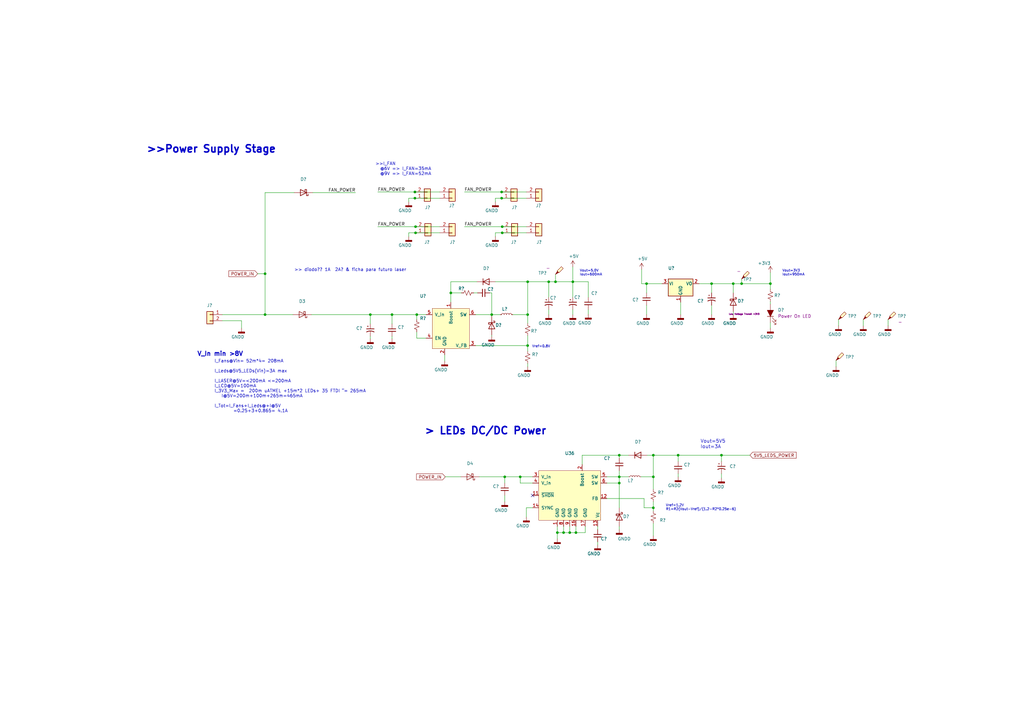
<source format=kicad_sch>
(kicad_sch (version 20211123) (generator eeschema)
  (paper "A3")
  (title_block (title "FPS-2: Fiber Photometry System") (date "February 2020") (rev "v1_revB-I") (company "Neurophotometric") (comment 3 "FPS-2") (comment 4 "OpenEhys"))
  (lib_symbols
    (symbol "Connector:TestPoint_Probe" (pin_numbers hide) (pin_names (offset 0.762) hide)
      (property "Reference" "TP" (at 1.651 5.842 0))
      (property "Value" "TestPoint_Probe" (at 1.651 4.064 0))
      (symbol "TestPoint_Probe_0_1"
        (polyline (pts (xy 1.27 0.762) (xy 0 0) (xy 0.762 1.27) (xy 1.27 0.762)) (fill (type outline)))
        (polyline (pts (xy 1.397 0.635) (xy 0.635 1.397) (xy 2.413 3.175) (xy 3.175 2.413) (xy 1.397 0.635)) (fill (type background)))
      )
      (symbol "TestPoint_Probe_1_1"
        (pin passive line (at 0 0 90) (length 0) (name "1") (number "1"))
      )
    )
    (symbol "Connector_Generic:Conn_01x02" (pin_names (offset 1.016) hide)
      (property "Reference" "J" (at 0 2.54 0))
      (property "Value" "Conn_01x02" (at 0 -5.08 0))
      (symbol "Conn_01x02_1_1"
        (rectangle (start -1.27 -2.413) (end 0 -2.667) (stroke (width 0.1524)))
        (rectangle (start -1.27 0.127) (end 0 -0.127) (stroke (width 0.1524)))
        (rectangle (start -1.27 1.27) (end 1.27 -3.81) (stroke (width 0.254)) (fill (type background)))
        (pin passive line (at -5.08 0 0) (length 3.81) (name "Pin_1") (number "1"))
        (pin passive line (at -5.08 -2.54 0) (length 3.81) (name "Pin_2") (number "2"))
      )
    )
    (symbol "Device:C_Small" (pin_numbers hide) (pin_names (offset 0.254) hide)
      (property "Reference" "C" (at 0.254 1.778 0))
      (property "Value" "C_Small" (at 0.254 -2.032 0))
      (symbol "C_Small_0_1"
        (polyline (pts (xy -1.524 -0.508) (xy 1.524 -0.508)) (stroke (width 0.3302)))
        (polyline (pts (xy -1.524 0.508) (xy 1.524 0.508)) (stroke (width 0.3048)))
      )
      (symbol "C_Small_1_1"
        (pin passive line (at 0 2.54 270) (length 2.032) (name "~") (number "1"))
        (pin passive line (at 0 -2.54 90) (length 2.032) (name "~") (number "2"))
      )
    )
    (symbol "Device:D" (pin_numbers hide) (pin_names (offset 1.016) hide)
      (property "Reference" "D" (at 0 2.54 0))
      (property "Value" "D" (at 0 -2.54 0))
      (symbol "D_0_1"
        (polyline (pts (xy -1.27 1.27) (xy -1.27 -1.27)) (stroke (width 0.254)))
        (polyline (pts (xy 1.27 0) (xy -1.27 0)))
        (polyline (pts (xy 1.27 1.27) (xy 1.27 -1.27) (xy -1.27 0) (xy 1.27 1.27)) (stroke (width 0.254)))
      )
      (symbol "D_1_1"
        (pin passive line (at -3.81 0 0) (length 2.54) (name "K") (number "1"))
        (pin passive line (at 3.81 0 180) (length 2.54) (name "A") (number "2"))
      )
    )
    (symbol "Device:D_Schottky" (pin_numbers hide) (pin_names (offset 1.016) hide)
      (property "Reference" "D" (at 0 2.54 0))
      (property "Value" "D_Schottky" (at 0 -2.54 0))
      (symbol "D_Schottky_0_1"
        (polyline (pts (xy 1.27 0) (xy -1.27 0)))
        (polyline (pts (xy 1.27 1.27) (xy 1.27 -1.27) (xy -1.27 0) (xy 1.27 1.27)) (stroke (width 0.254)))
        (polyline (pts (xy -1.905 0.635) (xy -1.905 1.27) (xy -1.27 1.27) (xy -1.27 -1.27) (xy -0.635 -1.27) (xy -0.635 -0.635)) (stroke (width 0.254)))
      )
      (symbol "D_Schottky_1_1"
        (pin passive line (at -3.81 0 0) (length 2.54) (name "K") (number "1"))
        (pin passive line (at 3.81 0 180) (length 2.54) (name "A") (number "2"))
      )
    )
    (symbol "Device:L_Small" (pin_numbers hide) (pin_names (offset 0.254) hide)
      (property "Reference" "L" (at 0.762 1.016 0))
      (property "Value" "L_Small" (at 0.762 -1.016 0))
      (symbol "L_Small_0_1"
        (arc (start 0 -2.032) (mid 0.508 -1.524) (end 0 -1.016))
        (arc (start 0 -1.016) (mid 0.508 -0.508) (end 0 0))
        (arc (start 0 0) (mid 0.508 0.508) (end 0 1.016))
        (arc (start 0 1.016) (mid 0.508 1.524) (end 0 2.032))
      )
      (symbol "L_Small_1_1"
        (pin passive line (at 0 2.54 270) (length 0.508) (name "~") (number "1"))
        (pin passive line (at 0 -2.54 90) (length 0.508) (name "~") (number "2"))
      )
    )
    (symbol "Device:R_Small_US" (pin_numbers hide) (pin_names (offset 0.254) hide)
      (property "Reference" "R" (at 0.762 0.508 0))
      (property "Value" "R_Small_US" (at 0.762 -1.016 0))
      (symbol "R_Small_US_1_1"
        (polyline (pts (xy 0 0) (xy 1.016 -0.381) (xy 0 -0.762) (xy -1.016 -1.143) (xy 0 -1.524)))
        (polyline (pts (xy 0 1.524) (xy 1.016 1.143) (xy 0 0.762) (xy -1.016 0.381) (xy 0 0)))
        (pin passive line (at 0 2.54 270) (length 1.016) (name "~") (number "1"))
        (pin passive line (at 0 -2.54 90) (length 1.016) (name "~") (number "2"))
      )
    )
    (symbol "FPS-2_v1:LT1765" (pin_names (offset 1.016))
      (property "Reference" "U" (at -13.97 12.7 0))
      (property "Value" "LT1765" (at -11.43 10.16 0))
      (symbol "LT1765_0_0"
        (pin passive line (at -5.08 -15.24 90) (length 2.54) (name "GND") (number "1"))
        (pin input line (at 15.24 -3.81 180) (length 2.54) (name "FB") (number "12"))
        (pin passive line (at 11.43 -15.24 90) (length 2.54) (name "Vc") (number "13"))
        (pin input line (at -15.24 -7.62 0) (length 2.54) (name "SYNC") (number "14"))
        (pin no_connect line (at 6.35 -3.81 180) (length 2.54) hide (name "nc") (number "15"))
        (pin passive line (at 2.54 -15.24 90) (length 2.54) (name "GND") (number "16"))
        (pin passive line (at 6.35 -15.24 90) (length 2.54) (name "GND") (number "17"))
      )
      (symbol "LT1765_0_1"
        (rectangle (start -12.7 7.62) (end 12.7 -12.7) (stroke (width 0.127)) (fill (type background)))
      )
      (symbol "LT1765_1_1"
        (pin no_connect line (at 6.35 -5.08 180) (length 2.54) hide (name "nc") (number "10"))
        (pin input line (at -15.24 -2.54 0) (length 2.54) (name "~{SHDN}") (number "11"))
        (pin input line (at 5.08 10.16 270) (length 2.54) (name "Boost") (number "2"))
        (pin passive line (at -15.24 5.08 0) (length 2.54) (name "V_in") (number "3"))
        (pin passive line (at -15.24 2.54 0) (length 2.54) (name "V_in") (number "4"))
        (pin passive line (at 15.24 5.08 180) (length 2.54) (name "SW") (number "5"))
        (pin passive line (at 15.24 2.54 180) (length 2.54) (name "SW") (number "6"))
        (pin no_connect line (at 6.35 -6.35 180) (length 2.54) hide (name "nc") (number "7"))
        (pin passive line (at -2.54 -15.24 90) (length 2.54) (name "GND") (number "8"))
        (pin passive line (at 0 -15.24 90) (length 2.54) (name "GND") (number "9"))
      )
    )
    (symbol "FPS-2_v1:MCP16301" (pin_names (offset 1.016))
      (property "Reference" "U" (at -10.16 12.7 0))
      (property "Value" "MCP16301" (at -6.35 10.16 0))
      (symbol "MCP16301_0_1"
        (rectangle (start -7.62 7.62) (end 7.62 -8.89) (stroke (width 0.127)) (fill (type background)))
      )
      (symbol "MCP16301_1_1"
        (pin passive line (at 0 10.16 270) (length 2.54) (name "Boost") (number "1"))
        (pin input line (at -2.54 -11.43 90) (length 2.54) (name "GND") (number "2"))
        (pin input line (at 10.16 -7.62 180) (length 2.54) (name "V_FB") (number "3"))
        (pin input line (at -10.16 -4.572 0) (length 2.54) (name "EN") (number "4"))
        (pin passive line (at -10.16 5.08 0) (length 2.54) (name "V_in") (number "5"))
        (pin output line (at 10.16 5.08 180) (length 2.54) (name "SW") (number "6"))
      )
    )
    (symbol "FPS-2_v1:SSB43L-E3" (pin_numbers hide) (pin_names (offset 1.016) hide)
      (property "Reference" "D" (at 0 2.54 0))
      (property "Value" "SSB43L-E3" (at 0 -2.54 0))
      (symbol "SSB43L-E3_0_1"
        (polyline (pts (xy 1.27 0) (xy -1.27 0)))
        (polyline (pts (xy 1.27 1.27) (xy 1.27 -1.27) (xy -1.27 0) (xy 1.27 1.27)) (stroke (width 0.2032)))
        (polyline (pts (xy -1.905 0.635) (xy -1.905 1.27) (xy -1.27 1.27) (xy -1.27 -1.27) (xy -0.635 -1.27) (xy -0.635 -0.635)) (stroke (width 0.2032)))
      )
      (symbol "SSB43L-E3_1_1"
        (pin passive line (at -3.81 0 0) (length 2.54) (name "K") (number "1"))
        (pin passive line (at 3.81 0 180) (length 2.54) (name "A") (number "2"))
      )
    )
    (symbol "FPS-2_v1_revB_II-rescue:CP1_Small-Device" (pin_numbers hide) (pin_names (offset 0.254) hide)
      (property "Reference" "C" (at 0.254 1.778 0))
      (property "Value" "CP1_Small-Device" (at 0.254 -2.032 0))
      (symbol "CP1_Small-Device_0_1"
        (polyline (pts (xy -1.524 0.508) (xy 1.524 0.508)) (stroke (width 0.3048)))
        (polyline (pts (xy -1.27 1.524) (xy -0.762 1.524)))
        (polyline (pts (xy -1.016 1.27) (xy -1.016 1.778)))
        (arc (start 1.524 -0.762) (mid 0 -0.3734) (end -1.524 -0.762) (stroke (width 0.3048)))
      )
      (symbol "CP1_Small-Device_1_1"
        (pin passive line (at 0 2.54 270) (length 2.032) (name "~") (number "1"))
        (pin passive line (at 0 -2.54 90) (length 2.032) (name "~") (number "2"))
      )
    )
    (symbol "FPS-2_v1_revB_II-rescue:LED_ALT-Device" (pin_numbers hide) (pin_names (offset 1.016) hide)
      (property "Reference" "D" (at 0 2.54 0))
      (property "Value" "LED_ALT-Device" (at 0 -2.54 0))
      (symbol "LED_ALT-Device_0_1"
        (polyline (pts (xy -1.27 -1.27) (xy -1.27 1.27)) (stroke (width 0.2032)))
        (polyline (pts (xy -1.27 0) (xy 1.27 0)))
        (polyline (pts (xy 1.27 -1.27) (xy 1.27 1.27) (xy -1.27 0) (xy 1.27 -1.27)) (stroke (width 0.2032)) (fill (type outline)))
        (polyline (pts (xy -3.048 -0.762) (xy -4.572 -2.286) (xy -3.81 -2.286) (xy -4.572 -2.286) (xy -4.572 -1.524)))
        (polyline (pts (xy -1.778 -0.762) (xy -3.302 -2.286) (xy -2.54 -2.286) (xy -3.302 -2.286) (xy -3.302 -1.524)))
      )
      (symbol "LED_ALT-Device_1_1"
        (pin passive line (at -3.81 0 0) (length 2.54) (name "K") (number "1"))
        (pin passive line (at 3.81 0 180) (length 2.54) (name "A") (number "2"))
      )
    )
    (symbol "Regulator_Linear:LD1117S33TR_SOT223" (pin_names (offset 0.254))
      (property "Reference" "U" (at -3.81 3.175 0))
      (property "Value" "LD1117S33TR_SOT223" (at 0 3.175 0))
      (symbol "LD1117S33TR_SOT223_0_1"
        (rectangle (start -5.08 -5.08) (end 5.08 1.905) (stroke (width 0.254)) (fill (type background)))
      )
      (symbol "LD1117S33TR_SOT223_1_1"
        (pin power_in line (at 0 -7.62 90) (length 2.54) (name "GND") (number "1"))
        (pin power_out line (at 7.62 0 180) (length 2.54) (name "VO") (number "2"))
        (pin power_in line (at -7.62 0 0) (length 2.54) (name "VI") (number "3"))
      )
    )
    (symbol "power:+3V3" (power) (pin_names (offset 0))
      (property "Value" "+3V3" (at 0 3.556 0))
      (symbol "+3V3_0_1"
        (polyline (pts (xy -0.762 1.27) (xy 0 2.54)))
        (polyline (pts (xy 0 0) (xy 0 2.54)))
        (polyline (pts (xy 0 2.54) (xy 0.762 1.27)))
      )
      (symbol "+3V3_1_1"
        (pin power_in line (at 0 0 90) (length 0) hide (name "+3V3") (number "1"))
      )
    )
    (symbol "power:+5V" (power) (pin_names (offset 0))
      (property "Value" "+5V" (at 0 3.556 0))
      (symbol "+5V_0_1"
        (polyline (pts (xy -0.762 1.27) (xy 0 2.54)))
        (polyline (pts (xy 0 0) (xy 0 2.54)))
        (polyline (pts (xy 0 2.54) (xy 0.762 1.27)))
      )
      (symbol "+5V_1_1"
        (pin power_in line (at 0 0 90) (length 0) hide (name "+5V") (number "1"))
      )
    )
    (symbol "power:GNDD" (power) (pin_names (offset 0))
      (property "Value" "GNDD" (at 0 -3.175 0))
      (symbol "GNDD_0_1"
        (rectangle (start -1.27 -1.524) (end 1.27 -2.032) (stroke (width 0.254)) (fill (type outline)))
        (polyline (pts (xy 0 0) (xy 0 -1.524)))
      )
      (symbol "GNDD_1_1"
        (pin power_in line (at 0 0 270) (length 0) hide (name "GNDD") (number "1"))
      )
    )
  )
  (junction (at 108.712 112.268))
  (junction (at 315.976 116.332))
  (junction (at 233.68 218.44))
  (junction (at 254 198.12))
  (junction (at 170.18 81.28))
  (junction (at 304.165 116.332))
  (junction (at 225.044 115.57))
  (junction (at 205.74 81.28))
  (junction (at 216.408 129.032))
  (junction (at 207.01 195.58))
  (junction (at 108.712 129.032))
  (junction (at 227.838 115.57))
  (junction (at 254 186.69))
  (junction (at 267.97 186.69))
  (junction (at 267.97 208.28))
  (junction (at 278.13 186.69))
  (junction (at 254 195.58))
  (junction (at 205.994 95.504))
  (junction (at 184.912 120.142))
  (junction (at 295.91 186.69))
  (junction (at 216.408 141.732))
  (junction (at 300.736 116.332))
  (junction (at 291.846 116.332))
  (junction (at 170.434 92.964))
  (junction (at 265.176 116.332))
  (junction (at 216.408 115.57))
  (junction (at 170.434 95.504))
  (junction (at 234.95 115.57))
  (junction (at 170.18 78.74))
  (junction (at 231.14 218.44))
  (junction (at 213.36 195.58))
  (junction (at 160.782 129.032))
  (junction (at 201.676 129.032))
  (junction (at 236.22 218.44))
  (junction (at 205.74 78.74))
  (junction (at 267.97 195.58))
  (junction (at 151.892 129.032))
  (junction (at 228.6 218.44))
  (junction (at 205.994 92.964))
  (junction (at 170.942 129.032))
  (no_connect (at 218.44 203.2))
  (wire (pts (xy 315.976 124.714) (xy 315.976 123.698)))
  (wire (pts (xy 300.736 116.332) (xy 300.736 120.142)))
  (wire (pts (xy 128.27 78.994) (xy 145.796 78.994)))
  (wire (pts (xy 203.2 82.804) (xy 203.2 81.28)))
  (wire (pts (xy 170.18 81.28) (xy 180.34 81.28)))
  (wire (pts (xy 108.712 112.268) (xy 108.712 129.032)))
  (wire (pts (xy 184.912 120.142) (xy 184.912 115.57)))
  (wire (pts (xy 238.76 186.69) (xy 254 186.69)))
  (wire (pts (xy 170.942 138.684) (xy 170.942 136.144)))
  (wire (pts (xy 315.976 134.62) (xy 315.976 132.334)))
  (wire (pts (xy 207.01 205.74) (xy 207.01 203.2)))
  (wire (pts (xy 228.6 218.44) (xy 231.14 218.44)))
  (wire (pts (xy 278.13 186.69) (xy 295.91 186.69)))
  (wire (pts (xy 201.676 129.032) (xy 205.232 129.032)))
  (wire (pts (xy 216.408 144.018) (xy 216.408 141.732)))
  (wire (pts (xy 184.912 115.57) (xy 195.58 115.57)))
  (wire (pts (xy 216.408 115.57) (xy 225.044 115.57)))
  (wire (pts (xy 228.6 220.98) (xy 228.6 218.44)))
  (wire (pts (xy 225.044 115.57) (xy 225.044 121.92)))
  (wire (pts (xy 343.916 133.604) (xy 343.916 131.064)))
  (wire (pts (xy 265.176 129.032) (xy 265.176 125.222)))
  (wire (pts (xy 291.846 129.032) (xy 291.846 125.222)))
  (wire (pts (xy 167.64 95.504) (xy 170.434 95.504)))
  (wire (pts (xy 203.2 115.57) (xy 216.408 115.57)))
  (wire (pts (xy 300.736 129.032) (xy 300.736 127.762)))
  (wire (pts (xy 264.16 204.47) (xy 248.92 204.47)))
  (wire (pts (xy 254 217.17) (xy 254 215.9)))
  (wire (pts (xy 195.834 120.142) (xy 194.31 120.142)))
  (wire (pts (xy 254 198.12) (xy 254 208.28)))
  (wire (pts (xy 231.14 218.44) (xy 233.68 218.44)))
  (wire (pts (xy 233.68 215.9) (xy 233.68 218.44)))
  (wire (pts (xy 227.838 112.522) (xy 227.838 115.57)))
  (wire (pts (xy 295.91 186.69) (xy 307.594 186.69)))
  (wire (pts (xy 184.912 123.952) (xy 184.912 120.142)))
  (wire (pts (xy 279.146 123.952) (xy 279.146 129.032)))
  (wire (pts (xy 278.13 195.58) (xy 278.13 194.31)))
  (wire (pts (xy 267.97 208.28) (xy 267.97 205.74)))
  (wire (pts (xy 241.3 115.57) (xy 234.95 115.57)))
  (wire (pts (xy 154.94 78.74) (xy 170.18 78.74)))
  (wire (pts (xy 254 193.04) (xy 254 195.58)))
  (wire (pts (xy 108.712 129.032) (xy 120.142 129.032)))
  (wire (pts (xy 167.64 81.28) (xy 170.18 81.28)))
  (wire (pts (xy 188.976 195.58) (xy 182.626 195.58)))
  (wire (pts (xy 267.97 219.71) (xy 267.97 214.63)))
  (wire (pts (xy 300.736 116.332) (xy 304.165 116.332)))
  (wire (pts (xy 154.94 92.964) (xy 170.434 92.964)))
  (wire (pts (xy 245.11 223.52) (xy 245.11 222.25)))
  (wire (pts (xy 234.95 115.57) (xy 234.95 121.92)))
  (wire (pts (xy 254 186.69) (xy 257.81 186.69)))
  (wire (pts (xy 364.236 133.604) (xy 364.236 131.064)))
  (wire (pts (xy 203.2 81.28) (xy 205.74 81.28)))
  (wire (pts (xy 228.6 218.44) (xy 228.6 215.9)))
  (wire (pts (xy 245.11 217.17) (xy 245.11 215.9)))
  (wire (pts (xy 248.92 195.58) (xy 254 195.58)))
  (wire (pts (xy 254 198.12) (xy 248.92 198.12)))
  (wire (pts (xy 315.976 111.76) (xy 315.976 116.332)))
  (wire (pts (xy 291.846 120.142) (xy 291.846 116.332)))
  (wire (pts (xy 238.76 190.5) (xy 238.76 186.69)))
  (wire (pts (xy 213.36 195.58) (xy 207.01 195.58)))
  (wire (pts (xy 127.762 129.032) (xy 151.892 129.032)))
  (wire (pts (xy 295.91 196.088) (xy 295.91 194.31)))
  (wire (pts (xy 99.06 131.572) (xy 99.06 134.62)))
  (wire (pts (xy 233.68 218.44) (xy 236.22 218.44)))
  (wire (pts (xy 267.97 195.58) (xy 267.97 186.69)))
  (wire (pts (xy 262.89 195.58) (xy 267.97 195.58)))
  (wire (pts (xy 216.408 150.368) (xy 216.408 149.098)))
  (wire (pts (xy 170.434 92.964) (xy 180.34 92.964)))
  (wire (pts (xy 205.74 81.28) (xy 215.9 81.28)))
  (wire (pts (xy 216.408 132.588) (xy 216.408 129.032)))
  (wire (pts (xy 151.892 129.032) (xy 160.782 129.032)))
  (wire (pts (xy 182.372 148.082) (xy 182.372 145.542)))
  (wire (pts (xy 231.14 215.9) (xy 231.14 218.44)))
  (wire (pts (xy 295.91 189.23) (xy 295.91 186.69)))
  (wire (pts (xy 216.408 129.032) (xy 216.408 115.57)))
  (wire (pts (xy 91.186 131.572) (xy 99.06 131.572)))
  (wire (pts (xy 170.434 95.504) (xy 180.34 95.504)))
  (wire (pts (xy 267.97 186.69) (xy 278.13 186.69)))
  (wire (pts (xy 207.01 198.12) (xy 207.01 195.58)))
  (wire (pts (xy 190.5 92.964) (xy 205.994 92.964)))
  (wire (pts (xy 264.16 208.28) (xy 264.16 204.47)))
  (wire (pts (xy 286.766 116.332) (xy 291.846 116.332)))
  (wire (pts (xy 215.9 212.09) (xy 215.9 208.28)))
  (wire (pts (xy 225.044 129.032) (xy 225.044 127)))
  (wire (pts (xy 236.22 215.9) (xy 236.22 218.44)))
  (wire (pts (xy 254 187.96) (xy 254 186.69)))
  (wire (pts (xy 170.18 78.74) (xy 180.34 78.74)))
  (wire (pts (xy 342.9 150.368) (xy 342.9 147.828)))
  (wire (pts (xy 263.144 110.49) (xy 263.144 116.332)))
  (wire (pts (xy 267.97 186.69) (xy 265.43 186.69)))
  (wire (pts (xy 304.165 116.332) (xy 315.976 116.332)))
  (wire (pts (xy 213.36 195.58) (xy 218.44 195.58)))
  (wire (pts (xy 216.408 141.732) (xy 216.408 137.668)))
  (wire (pts (xy 201.676 137.414) (xy 201.676 137.922)))
  (wire (pts (xy 241.3 128.905) (xy 241.3 127)))
  (wire (pts (xy 234.95 127) (xy 234.95 129.032)))
  (wire (pts (xy 105.664 112.268) (xy 108.712 112.268)))
  (wire (pts (xy 267.97 208.28) (xy 264.16 208.28)))
  (wire (pts (xy 108.712 78.994) (xy 120.65 78.994)))
  (wire (pts (xy 263.144 116.332) (xy 265.176 116.332)))
  (wire (pts (xy 304.165 114.427) (xy 304.165 116.332)))
  (wire (pts (xy 189.23 120.142) (xy 184.912 120.142)))
  (wire (pts (xy 174.752 129.032) (xy 170.942 129.032)))
  (wire (pts (xy 205.994 92.964) (xy 215.9 92.964)))
  (wire (pts (xy 265.176 116.332) (xy 271.526 116.332)))
  (wire (pts (xy 108.712 129.032) (xy 91.186 129.032)))
  (wire (pts (xy 151.892 138.938) (xy 151.892 137.922)))
  (wire (pts (xy 170.942 131.064) (xy 170.942 129.032)))
  (wire (pts (xy 267.97 209.55) (xy 267.97 208.28)))
  (wire (pts (xy 160.782 129.032) (xy 170.942 129.032)))
  (wire (pts (xy 151.892 132.842) (xy 151.892 129.032)))
  (wire (pts (xy 200.914 120.142) (xy 201.676 120.142)))
  (wire (pts (xy 210.312 129.032) (xy 216.408 129.032)))
  (wire (pts (xy 315.976 116.332) (xy 315.976 118.618)))
  (wire (pts (xy 354.076 133.604) (xy 354.076 131.064)))
  (wire (pts (xy 201.676 120.142) (xy 201.676 129.032)))
  (wire (pts (xy 267.97 200.66) (xy 267.97 195.58)))
  (wire (pts (xy 203.2 95.504) (xy 205.994 95.504)))
  (wire (pts (xy 291.846 116.332) (xy 300.736 116.332)))
  (wire (pts (xy 108.712 78.994) (xy 108.712 112.268)))
  (wire (pts (xy 207.01 195.58) (xy 196.596 195.58)))
  (wire (pts (xy 160.782 132.842) (xy 160.782 129.032)))
  (wire (pts (xy 203.2 97.028) (xy 203.2 95.504)))
  (wire (pts (xy 234.95 109.474) (xy 234.95 115.57)))
  (wire (pts (xy 213.36 198.12) (xy 213.36 195.58)))
  (wire (pts (xy 265.176 120.142) (xy 265.176 116.332)))
  (wire (pts (xy 215.9 208.28) (xy 218.44 208.28)))
  (wire (pts (xy 218.44 198.12) (xy 213.36 198.12)))
  (wire (pts (xy 241.3 121.92) (xy 241.3 115.57)))
  (wire (pts (xy 195.072 141.732) (xy 216.408 141.732)))
  (wire (pts (xy 174.752 138.684) (xy 170.942 138.684)))
  (wire (pts (xy 257.81 195.58) (xy 254 195.58)))
  (wire (pts (xy 167.64 82.804) (xy 167.64 81.28)))
  (wire (pts (xy 227.838 115.57) (xy 234.95 115.57)))
  (wire (pts (xy 225.044 115.57) (xy 227.838 115.57)))
  (wire (pts (xy 278.13 189.23) (xy 278.13 186.69)))
  (wire (pts (xy 195.072 129.032) (xy 201.676 129.032)))
  (wire (pts (xy 160.782 138.938) (xy 160.782 137.922)))
  (wire (pts (xy 167.64 97.028) (xy 167.64 95.504)))
  (wire (pts (xy 201.676 129.794) (xy 201.676 129.032)))
  (wire (pts (xy 190.5 78.74) (xy 205.74 78.74)))
  (wire (pts (xy 240.03 218.44) (xy 240.03 215.9)))
  (wire (pts (xy 205.74 78.74) (xy 215.9 78.74)))
  (wire (pts (xy 236.22 218.44) (xy 240.03 218.44)))
  (wire (pts (xy 205.994 95.504) (xy 215.9 95.504)))
  (wire (pts (xy 254 195.58) (xy 254 198.12)))
  (text "I_LCD@5V=100mA\nI_Leds@9V=1.5A x4 = 6A peak\nI_Fans@9V ¨= 250mA \nI_3V3_Max =  200 uATMEL +50 LEDs+ 35 FTDI ¨= 300mA \n=> I_5V ¨=300mA \n\n=> I_9V ¨= 100mA \n\n=> I_Max_@9V= 6+0.25+0.1 ¨= 6.4A   Worst-Case-Scenario!!!\n" (at -67.31 159.512 0) (effects (font (size 1.27 1.27)) (justify left bottom)))
  (text "V_In min >8V\n" (at 99.822 146.304 180) (effects (font (size 1.8034 1.8034) (thickness 0.3607) bold) (justify right bottom)))
  (text "I_Fans@Vin= 52m*4= 208mA\n\nI_Leds@5V5_LEDs(Vin)=3A max\n\nI_LASER@5V=<200mA <=200mA\nI_LCD@5V=100mA\nI_3V3_Max =  200m uATMEL +15m*2 LEDs+ 35 FTDI ¨= 265mA \n   I@5V=200m+100m+265m=465mA\n\nI_Tot=I_Fans+I_Leds@+I@5V\n        =0.25+3+0.865= 4.1A\n\n" (at 87.884 171.45 0) (effects (font (size 1.27 1.27)) (justify left bottom)))
  (text "Vout=5.0V \nIout=600mA" (at 237.744 113.284 0) (effects (font (size 0.9906 0.9906)) (justify left bottom)))
  (text ">>Power Supply Stage" (at 59.944 62.992 0) (effects (font (size 2.9972 2.9972) (thickness 0.5994) bold) (justify left bottom)))
  (text "Vout=3V3\nIout=950mA" (at 320.802 113.284 0) (effects (font (size 0.9906 0.9906)) (justify left bottom)))
  (text "Vref=1.2V\nR1=R2(Vout-Vref)/(1.2-R2*0.25e-6)" (at 273.05 209.55 0) (effects (font (size 0.9906 0.9906)) (justify left bottom)))
  (text "> LEDs DC/DC Power " (at 173.99 178.562 0) (effects (font (size 2.9972 2.9972) (thickness 0.5994) bold) (justify left bottom)))
  (text "Vout=5V5\nIout=3A" (at 287.274 184.15 0) (effects (font (size 1.397 1.397)) (justify left bottom)))
  (text "Vref=0.8V" (at 218.186 142.748 0) (effects (font (size 0.9906 0.9906)) (justify left bottom)))
  (text ">> diodo?? 1A ~{} 2A? & ficha para futuro laser" (at 120.65 111.506 0) (effects (font (size 1.27 1.27)) (justify left bottom)))
  (text ">>I_FAN\n  @6V => I_FAN=35mA\n  @9V => I_FAN=52mA" (at 153.924 72.136 0) (effects (font (size 1.27 1.27)) (justify left bottom)))
  (label "FAN_POWER" (at 154.94 78.74 0))
  (label "FAN_POWER" (at 190.5 78.74 0))
  (label "FAN_POWER" (at 145.796 78.994 180))
  (label "FAN_POWER" (at 154.94 92.964 0))
  (label "FAN_POWER" (at 190.5 92.964 0))
  (global_label "POWER_IN" (shape input) (at 182.626 195.58 180) (property "Intersheet References" "${INTERSHEET_REFS}" (effects hide)))
  (global_label "POWER_IN" (shape input) (at 105.664 112.268 180) (property "Intersheet References" "${INTERSHEET_REFS}" (effects hide)))
  (global_label "5V5_LEDS_POWER" (shape input) (at 307.594 186.69 0) (property "Intersheet References" "${INTERSHEET_REFS}" (effects hide)))
  (symbol (lib_id "Connector:TestPoint_Probe") (at 343.916 131.064 0) (unit 1)
    (property "Reference" "TP?" (at 347.7768 129.667 0) (effects (justify left)))
    (property "Comment2" "-" (effects hide))
    (property "Comment" "TestPoint" (effects hide))
    (property "MnfctCode" "-" (effects hide))
    (property "Provider" "-" (effects hide))
    (property "ProviderCode" "-" (effects hide))
    (property "Mnfct" "-" (effects hide))
    (property "Description" "TestPoint" (effects hide))
  )
  (symbol (lib_id "Connector:TestPoint_Probe") (at 354.076 131.064 0) (unit 1)
    (property "Reference" "TP?" (at 357.9622 129.667 0) (effects (justify left)))
    (property "Comment2" "-" (effects hide))
    (property "Comment" "GND TP" (effects hide))
    (property "MnfctCode" "-" (effects hide))
    (property "Provider" "-" (effects hide))
    (property "ProviderCode" "-" (effects hide))
    (property "Mnfct" "-" (effects hide))
    (property "Description" "TestPoint" (effects hide))
  )
  (symbol (lib_id "Connector:TestPoint_Probe") (at 364.236 131.064 0) (unit 1)
    (property "Reference" "TP?" (at 368.1222 129.667 0) (effects (justify left)))
    (property "Comment2" "-" (at 369.189 132.08 0))
    (property "Comment" "GND TP" (effects hide))
    (property "MnfctCode" "-" (effects hide))
    (property "Provider" "-" (effects hide))
    (property "ProviderCode" "-" (effects hide))
    (property "Mnfct" "-" (effects hide))
    (property "Description" "TestPoint" (effects hide))
  )
  (symbol (lib_id "Connector:TestPoint_Probe") (at 304.165 114.427 0) (unit 1)
    (property "Reference" "TP?" (at 304.8 114.554 0) (effects (justify left)))
    (property "Comment2" "-" (at 303.022 111.252 0))
    (property "Comment" "3V3 TP" (effects hide))
    (property "MnfctCode" "-" (effects hide))
    (property "Provider" "-" (effects hide))
    (property "ProviderCode" "-" (effects hide))
    (property "Mnfct" "-" (effects hide))
    (property "Description" "TestPoint" (effects hide))
  )
  (symbol (lib_id "Connector:TestPoint_Probe") (at 227.838 112.522 0) (unit 1)
    (property "Reference" "TP?" (at 220.726 112.014 0) (effects (justify left)))
    (property "Comment2" "-" (at 224.79 109.982 0))
    (property "Comment" "5V TP" (effects hide))
    (property "MnfctCode" "-" (effects hide))
    (property "Provider" "-" (effects hide))
    (property "ProviderCode" "-" (effects hide))
    (property "Mnfct" "-" (effects hide))
    (property "Description" "TestPoint" (effects hide))
  )
  (symbol (lib_id "Connector_Generic:Conn_01x02") (at 175.26 81.28 0) (mirror x) (unit 1)
    (property "Reference" "J?" (at 174.244 85.09 0) (effects (justify left)))
    (property "Comment2" "Fan extra Power plug" (effects hide))
    (property "Comment" "1x02_P2.54mm_Vertical; different pitch" (effects hide))
    (property "MnfctCode" "-" (effects hide))
    (property "Provider" "-" (effects hide))
    (property "ProviderCode" "-" (effects hide))
    (property "Mnfct" "-" (effects hide))
    (property "Description" "-" (effects hide))
  )
  (symbol (lib_id "Connector_Generic:Conn_01x02") (at 175.514 95.504 0) (mirror x) (unit 1)
    (property "Reference" "J?" (at 173.99 99.314 0) (effects (justify left)))
    (property "Comment2" "Fan extra Power plug" (effects hide))
    (property "Comment" "1x02_P2.54mm_Vertical; different pitch" (effects hide))
    (property "MnfctCode" "-" (effects hide))
    (property "Provider" "-" (effects hide))
    (property "ProviderCode" "-" (effects hide))
    (property "Mnfct" "-" (effects hide))
    (property "Description" "-" (effects hide))
  )
  (symbol (lib_id "Device:C_Small") (at 198.374 120.142 270) (unit 1)
    (property "Reference" "C?" (at 199.898 118.618 90) (effects (justify left)))
    (property "Comment2" "-" (effects hide))
    (property "Comment" "100n 50V" (effects hide))
    (property "MnfctCode" "CC603KRX7R9BB104" (effects hide))
    (property "Provider" "Mouser" (effects hide))
    (property "ProviderCode" "603-CC603KRX7R9BB104" (effects hide))
    (property "Mnfct" "Yageo" (effects hide))
    (property "Description" "Multilayer Ceramic Capacitors MLCC - SMD/SMT 100nF 50V X7R 10%" (effects hide))
  )
  (symbol (lib_id "Device:R_Small_US") (at 191.77 120.142 90) (unit 1)
    (property "Reference" "R?" (at 190.5 118.364 90) (effects (justify left)))
    (property "Comment2" "-" (effects hide))
    (property "Comment" "-" (effects hide))
    (property "MnfctCode" "AC0603FR-13100RL" (effects hide))
    (property "Provider" "Mouser" (effects hide))
    (property "ProviderCode" "603-AC0603FR-13100RL" (effects hide))
    (property "Mnfct" "Yageo" (effects hide))
    (property "Description" "Thick Film Resistors - SMD 100 ohm 1% 1/10W AEC-Q200" (effects hide))
  )
  (symbol (lib_id "Device:R_Small_US") (at 315.976 121.158 0) (unit 1)
    (property "Reference" "R?" (at 317.5 121.158 0) (effects (justify left)))
    (property "Comment2" "-" (effects hide))
    (property "Comment" "-" (effects hide))
    (property "MnfctCode" "031-6575" (effects hide))
    (property "Provider" "Mouser" (effects hide))
    (property "ProviderCode" "71-CRCW0603330RFKEAC" (effects hide))
    (property "Mnfct" "Vishay" (effects hide))
    (property "Description" "Thick Film Resistors - SMD 220 OHM 1% " (effects hide))
  )
  (symbol (lib_id "FPS-2_v1_revB_II-rescue:LED_ALT-Device") (at 315.976 128.524 90) (unit 1)
    (property "Reference" "D?" (at 319.024 127.127 90) (effects (justify right)))
    (property "Comment2" "-" (effects hide))
    (property "Comment" "Power On LED" (at 325.882 129.667 90))
    (property "MnfctCode" "TLMP1100-GS08" (effects hide))
    (property "Provider" "Mouser" (effects hide))
    (property "ProviderCode" "78-TLMP1100-GS08" (effects hide))
    (property "Mnfct" "Vishay" (effects hide))
    (property "Description" "-" (effects hide))
  )
  (symbol (lib_id "Device:C_Small") (at 265.176 122.682 0) (unit 1)
    (property "Reference" "C?" (at 259.334 122.936 0) (effects (justify left)))
    (property "Comment2" "-" (effects hide))
    (property "Comment" "4.7nF 50V X7R 10%" (effects hide))
    (property "MnfctCode" "06035C472KAT2A" (effects hide))
    (property "Provider" "Mouser" (effects hide))
    (property "ProviderCode" "581-06035C472K" (effects hide))
    (property "Mnfct" "AVX" (effects hide))
    (property "Description" "Multilayer Ceramic Capacitors MLCC - SMD/SMT 50V 4700pF X7R 0603 10%" (effects hide))
  )
  (symbol (lib_id "Device:D_Schottky") (at 300.736 123.952 270) (unit 1)
    (property "Reference" "D?" (at 302.514 123.444 90) (effects (justify left)))
    (property "Comment" "Low Voltage Transil =3V3" (at 298.958 128.778 90) (effects (font (size 0.635 0.635)) (justify left)))
    (property "Comment2" "-" (effects hide))
    (property "MnfctCode" "ESD9X3.3ST5G" (effects hide))
    (property "Provider" "Mouser" (effects hide))
    (property "ProviderCode" "863-ESD9X3.3ST5G" (effects hide))
    (property "Mnfct" "ON Semiconductor" (effects hide))
    (property "Description" "ESD Suppressors / TVS Diodes SOD-923 ESD PROT" (effects hide))
  )
  (symbol (lib_id "Regulator_Linear:LD1117S33TR_SOT223") (at 279.146 116.332 0) (unit 1)
    (property "Reference" "U?" (at 275.336 109.982 0))
    (property "Datasheet" "http://www.st.com/st-web-ui/static/active/en/resource/technical/document/datasheet/CD00000544.pdf" (effects hide))
    (property "Comment" "LDO Vout=3V3; Iout=800mA" (effects hide))
    (property "Comment2" "-" (effects hide))
    (property "MnfctCode" "LD1117S33TR " (effects hide))
    (property "Provider" "Mouser" (effects hide))
    (property "ProviderCode" "511-LD1117S33" (effects hide))
    (property "Mnfct" "STMicroelectronics" (effects hide))
    (property "Description" "LDO Voltage Regulators 3.3V 0.8A Positive" (effects hide))
  )
  (symbol (lib_id "power:+3V3") (at 315.976 111.76 0) (unit 1)
    (property "Reference" "#PWR?" (effects hide))
  )
  (symbol (lib_id "FPS-2_v1_revB_II-rescue:CP1_Small-Device") (at 291.846 122.682 0) (unit 1)
    (property "Reference" "C?" (at 286.004 123.444 0) (effects (justify left)))
    (property "Comment" "Tantalum Capacitors - 10uF 10volts 20% A Case" (effects hide))
    (property "Comment2" "-" (effects hide))
    (property "MnfctCode" "T55A106M010C0300 " (effects hide))
    (property "Provider" "Mouser" (effects hide))
    (property "ProviderCode" "74-T55A106M010C0300" (effects hide))
    (property "Mnfct" "Vishay" (effects hide))
    (property "Description" "Tantalum Capacitors - Polymer SMD 10uF 10volts 20% A Case 300 Max. ESR" (effects hide))
  )
  (symbol (lib_id "FPS-2_v1_revB_II-rescue:CP1_Small-Device") (at 225.044 124.46 0) (unit 1)
    (property "Reference" "C?" (at 225.552 122.174 0) (effects (justify left)))
    (property "Comment" "Tantalum Capacitors - 10uF 10volts 20% A Case" (effects hide))
    (property "Comment2" "-" (effects hide))
    (property "MnfctCode" "T55A106M010C0300 " (effects hide))
    (property "Provider" "Mouser" (effects hide))
    (property "ProviderCode" "74-T55A106M010C0300" (effects hide))
    (property "Mnfct" "Vishay" (effects hide))
    (property "Description" "Tantalum Capacitors - Polymer SMD 10uF 10volts 20% A Case 300 Max. ESR" (effects hide))
  )
  (symbol (lib_id "Device:D_Schottky") (at 124.46 78.994 180) (unit 1)
    (property "Reference" "D?" (at 124.46 73.5076 0))
    (property "Comment2" "-" (effects hide))
    (property "Comment" "-" (effects hide))
    (property "MnfctCode" "SS14FL " (effects hide))
    (property "Provider" "Mouser" (effects hide))
    (property "ProviderCode" "512-SS14FL" (effects hide))
    (property "Mnfct" "ON Semiconductor" (effects hide))
    (property "Description" "Schottky Diodes & Rectifiers 40V, 1A SCHOTTKY " (effects hide))
  )
  (symbol (lib_id "Device:R_Small_US") (at 216.408 146.558 0) (unit 1)
    (property "Reference" "R?" (at 218.1352 145.3896 0) (effects (justify left)))
    (property "Comment2" "-" (effects hide))
    (property "Comment" "-" (effects hide))
    (property "MnfctCode" "RC0603FR-0710KL" (effects hide))
    (property "Provider" "Mouser" (effects hide))
    (property "ProviderCode" "603-RC0603FR-0710KL" (effects hide))
    (property "Mnfct" "Yageo" (effects hide))
    (property "Description" "Thick Film Resistors - SMD 10K OHM 1%" (effects hide))
  )
  (symbol (lib_id "Device:R_Small_US") (at 216.408 135.128 0) (unit 1)
    (property "Reference" "R?" (at 217.678 135.763 0) (effects (justify left)))
    (property "Comment2" "-" (effects hide))
    (property "Comment" "-" (effects hide))
    (property "MnfctCode" "RC0603FR-0752K3L" (effects hide))
    (property "Provider" "Mouser" (effects hide))
    (property "ProviderCode" "603-RC0603FR-0752K3L" (effects hide))
    (property "Mnfct" "Yageo" (effects hide))
    (property "Description" "Thick Film Resistors - SMD 52.3K OHM 1%" (effects hide))
  )
  (symbol (lib_id "FPS-2_v1:MCP16301") (at 184.912 134.112 0) (unit 1)
    (property "Reference" "U?" (at 173.482 121.412 0))
    (property "Comment" "Switching Controllers 30V Input buck Switching Reg 600 mA" (effects hide))
    (property "Comment2" "-" (effects hide))
    (property "MnfctCode" "MCP16301T-I/CHY" (effects hide))
    (property "Provider" "Mouser" (effects hide))
    (property "ProviderCode" "579-MCP16301T-I/CHY" (effects hide))
    (property "Mnfct" "Microchip" (effects hide))
    (property "Description" "Switching Controllers 30V Input buck Switching Reg 600 mA" (effects hide))
  )
  (symbol (lib_id "FPS-2_v1_revB_II-rescue:CP1_Small-Device") (at 151.892 135.382 0) (unit 1)
    (property "Reference" "C?" (at 146.05 134.62 0) (effects (justify left)))
    (property "Comment" "10u 50V 20%" (effects hide))
    (property "Comment2" "-" (effects hide))
    (property "MnfctCode" "T521D106M050ATE090 " (effects hide))
    (property "Provider" "Mouser" (effects hide))
    (property "ProviderCode" "80-T521D106M50ATE90" (effects hide))
    (property "Mnfct" "AVX" (effects hide))
    (property "Description" "Tantalum Capacitors - Polymer SMD 50V 10uF 2917 20% ESR=90mOhms" (effects hide))
  )
  (symbol (lib_id "Device:C_Small") (at 160.782 135.382 0) (unit 1)
    (property "Reference" "C?" (at 163.1188 134.2136 0) (effects (justify left)))
    (property "Comment2" "-" (effects hide))
    (property "Comment" "100n 50V" (effects hide))
    (property "MnfctCode" "CC603KRX7R9BB104" (effects hide))
    (property "Provider" "Mouser" (effects hide))
    (property "ProviderCode" "603-CC603KRX7R9BB104" (effects hide))
    (property "Mnfct" "Yageo" (effects hide))
    (property "Description" "Multilayer Ceramic Capacitors MLCC - SMD/SMT 100nF 50V X7R 10%" (effects hide))
  )
  (symbol (lib_id "Device:L_Small") (at 207.772 129.032 90) (unit 1)
    (property "Reference" "L?" (at 207.01 126.746 90))
    (property "Comment" "Fixed Inductors 22uH 20% 830mA" (effects hide))
    (property "Comment2" "-" (effects hide))
    (property "MnfctCode" "IFSC1515AHER220M01 " (effects hide))
    (property "Provider" "Mouser" (effects hide))
    (property "ProviderCode" "70-IFSC1515AHER220M0" (effects hide))
    (property "Mnfct" "Vishay" (effects hide))
    (property "Description" "-" (effects hide))
  )
  (symbol (lib_id "Device:D_Schottky") (at 201.676 133.604 270) (unit 1)
    (property "Reference" "D?" (at 203.2 133.35 90) (effects (justify left)))
    (property "Comment" "ESD Protection Diode" (effects hide))
    (property "Comment2" "-" (effects hide))
    (property "MnfctCode" "BAT42W-G3-08" (effects hide))
    (property "Provider" "Mouser" (effects hide))
    (property "ProviderCode" "78-BAT42W-G3-08" (effects hide))
    (property "Mnfct" "Vishay" (effects hide))
    (property "Description" "Schottky Diodes & Rectifiers 30Volt 200mA 4A IFSM" (effects hide))
  )
  (symbol (lib_id "Device:D") (at 199.39 115.57 0) (unit 1)
    (property "Reference" "D?" (at 199.39 110.0836 0))
    (property "Comment2" "-" (effects hide))
    (property "Comment" "Diodes - General Purpose, Power, Switching 100 Volt 500mA 4ns" (effects hide))
    (property "MnfctCode" "1N4148W-E3-18" (effects hide))
    (property "Provider" "Mouser" (effects hide))
    (property "ProviderCode" "78-1N4148W-E3-18" (effects hide))
    (property "Mnfct" "Vishay" (effects hide))
    (property "Description" "Diodes - General Purpose, Power, Switching 100 Volt 500mA 4ns" (effects hide))
  )
  (symbol (lib_id "FPS-2_v1_revB_II-rescue:CP1_Small-Device") (at 234.95 124.46 0) (unit 1)
    (property "Reference" "C?" (at 235.458 121.92 0) (effects (justify left)))
    (property "Comment" "Tantalum Capacitors - 10uF 10volts 20% A Case" (effects hide))
    (property "Comment2" "-" (effects hide))
    (property "MnfctCode" "T55A106M010C0300 " (effects hide))
    (property "Provider" "Mouser" (effects hide))
    (property "ProviderCode" "74-T55A106M010C0300" (effects hide))
    (property "Mnfct" "Vishay" (effects hide))
    (property "Description" "Tantalum Capacitors - Polymer SMD 10uF 10volts 20% A Case 300 Max. ESR" (effects hide))
  )
  (symbol (lib_id "Connector_Generic:Conn_01x02") (at 185.42 81.28 0) (mirror x) (unit 1)
    (property "Reference" "J?" (at 184.15 84.328 0) (effects (justify left)))
    (property "Comment2" "-" (effects hide))
    (property "Comment" "-" (effects hide))
    (property "MnfctCode" "B2B-XH-A-GU" (effects hide))
    (property "Provider" "Digikey" (effects hide))
    (property "ProviderCode" "455-2946-ND" (effects hide))
    (property "Mnfct" "JST Sales America" (effects hide))
    (property "Description" "CONN HEADER VERT 2POS 2.5MM" (effects hide))
  )
  (symbol (lib_id "Connector_Generic:Conn_01x02") (at 185.42 95.504 0) (mirror x) (unit 1)
    (property "Reference" "J?" (at 184.404 99.314 0) (effects (justify left)))
    (property "Comment2" "-" (effects hide))
    (property "Comment" "-" (effects hide))
    (property "MnfctCode" "B2B-XH-A-GU" (effects hide))
    (property "Provider" "Digikey" (effects hide))
    (property "ProviderCode" "455-2946-ND" (effects hide))
    (property "Mnfct" "JST Sales America" (effects hide))
    (property "Description" "CONN HEADER VERT 2POS 2.5MM" (effects hide))
  )
  (symbol (lib_id "Connector_Generic:Conn_01x02") (at 86.106 129.032 0) (mirror y) (unit 1)
    (property "Reference" "J?" (at 87.122 125.222 0) (effects (justify left)))
    (property "Comment2" "-" (effects hide))
    (property "Comment" "Main Power In" (effects hide))
    (property "MnfctCode" "1843606 " (effects hide))
    (property "Provider" "Mouser" (effects hide))
    (property "ProviderCode" "651-1843606" (effects hide))
    (property "Mnfct" "Phoenix Contact " (effects hide))
    (property "Description" "Pluggable Terminal Blocks 2 Pos 3.5mm pitch Through Hole Header" (effects hide))
  )
  (symbol (lib_id "Connector:TestPoint_Probe") (at 342.9 147.828 0) (unit 1)
    (property "Reference" "TP?" (at 346.7608 146.431 0) (effects (justify left)))
    (property "Comment2" "-" (effects hide))
    (property "Comment" "-" (effects hide))
    (property "MnfctCode" "-" (effects hide))
    (property "Provider" "-" (effects hide))
    (property "ProviderCode" "-" (effects hide))
    (property "Mnfct" "-" (effects hide))
    (property "Description" "-" (effects hide))
  )
  (symbol (lib_id "power:GNDD") (at 342.9 150.368 0) (unit 1)
    (property "Reference" "#PWR?" (effects hide))
  )
  (symbol (lib_id "Device:C_Small") (at 241.3 124.46 0) (unit 1)
    (property "Reference" "C?" (at 242.443 120.269 0) (effects (justify left)))
    (property "Comment2" "-" (effects hide))
    (property "Comment" "100n 50V" (effects hide))
    (property "MnfctCode" "CC603KRX7R9BB104" (effects hide))
    (property "Provider" "Mouser" (effects hide))
    (property "ProviderCode" "603-CC603KRX7R9BB104" (effects hide))
    (property "Mnfct" "Yageo" (effects hide))
    (property "Description" "Multilayer Ceramic Capacitors MLCC - SMD/SMT 100nF 50V X7R 10%" (effects hide))
  )
  (symbol (lib_id "power:GNDD") (at 241.3 128.905 0) (unit 1)
    (property "Reference" "#PWR?" (effects hide))
  )
  (symbol (lib_id "Connector_Generic:Conn_01x02") (at 210.82 81.28 0) (mirror x) (unit 1)
    (property "Reference" "J?" (at 209.804 85.09 0) (effects (justify left)))
    (property "Comment2" "Fan extra Power plug" (effects hide))
    (property "Comment" "1x02_P2.54mm_Vertical; different pitch" (effects hide))
    (property "MnfctCode" "-" (effects hide))
    (property "Provider" "-" (effects hide))
    (property "ProviderCode" "-" (effects hide))
    (property "Mnfct" "-" (effects hide))
    (property "Description" "-" (effects hide))
  )
  (symbol (lib_id "Connector_Generic:Conn_01x02") (at 211.074 95.504 0) (mirror x) (unit 1)
    (property "Reference" "J?" (at 209.55 99.314 0) (effects (justify left)))
    (property "Comment2" "Fan extra Power plug" (effects hide))
    (property "Comment" "1x02_P2.54mm_Vertical; different pitch" (effects hide))
    (property "MnfctCode" "-" (effects hide))
    (property "Provider" "-" (effects hide))
    (property "ProviderCode" "-" (effects hide))
    (property "Mnfct" "-" (effects hide))
    (property "Description" "-" (effects hide))
  )
  (symbol (lib_id "Connector_Generic:Conn_01x02") (at 220.98 81.28 0) (mirror x) (unit 1)
    (property "Reference" "J?" (at 219.71 84.328 0) (effects (justify left)))
    (property "Comment2" "-" (effects hide))
    (property "Comment" "-" (effects hide))
    (property "MnfctCode" "B2B-XH-A-GU" (effects hide))
    (property "Provider" "Digikey" (effects hide))
    (property "ProviderCode" "455-2946-ND" (effects hide))
    (property "Mnfct" "JST Sales America" (effects hide))
    (property "Description" "CONN HEADER VERT 2POS 2.5MM" (effects hide))
  )
  (symbol (lib_id "Connector_Generic:Conn_01x02") (at 220.98 95.504 0) (mirror x) (unit 1)
    (property "Reference" "J?" (at 219.964 99.314 0) (effects (justify left)))
    (property "Comment2" "-" (effects hide))
    (property "Comment" "-" (effects hide))
    (property "MnfctCode" "B2B-XH-A-GU" (effects hide))
    (property "Provider" "Digikey" (effects hide))
    (property "ProviderCode" "455-2946-ND" (effects hide))
    (property "Mnfct" "JST Sales America" (effects hide))
    (property "Description" "CONN HEADER VERT 2POS 2.5MM" (effects hide))
  )
  (symbol (lib_id "power:GNDD") (at 203.2 82.804 0) (unit 1)
    (property "Reference" "#PWR?" (effects hide))
  )
  (symbol (lib_id "power:GNDD") (at 203.2 97.028 0) (unit 1)
    (property "Reference" "#PWR?" (effects hide))
  )
  (symbol (lib_id "power:+5V") (at 234.95 109.474 0) (unit 1)
    (property "Reference" "#PWR0146" (effects hide))
  )
  (symbol (lib_id "FPS-2_v1_revB_II-rescue:CP1_Small-Device") (at 295.91 191.77 0) (unit 1)
    (property "Reference" "C?" (at 299.212 191.262 0) (effects (justify left)))
    (property "Comment" "Tantalum Capacitors - Solid SMD 16V 100uF 20% ESR=200mOhm" (effects hide))
    (property "Comment2" "-" (effects hide))
    (property "Mnfct" "AVX" (effects hide))
    (property "MnfctCode" "TPSC107M016S0200" (effects hide))
    (property "Provider" "Mouser" (effects hide))
    (property "ProviderCode" "581-TPSC107M016S0200" (effects hide))
    (property "Description" "-" (effects hide))
  )
  (symbol (lib_id "power:GNDD") (at 295.91 196.088 0) (unit 1)
    (property "Reference" "#PWR?" (effects hide))
  )
  (symbol (lib_id "FPS-2_v1:LT1765") (at 233.68 200.66 0) (unit 1)
    (property "Reference" "U36" (at 233.68 185.9026 0))
    (property "Comment" "3A Step-Down Regulator ; to LED stage" (effects hide))
    (property "Description" "Switching Voltage Regulators 3A 1.25 MHz Step-dn Converter" (effects hide))
    (property "Comment2" "-" (effects hide))
    (property "MnfctCode" "LT1765EFE#TRPBF" (effects hide))
    (property "Provider" "Mouser" (effects hide))
    (property "ProviderCode" "584-LT1765EFE#TRPBF" (effects hide))
    (property "Mnfct" "Analog Devices" (effects hide))
  )
  (symbol (lib_id "Device:C_Small") (at 207.01 200.66 0) (mirror y) (unit 1)
    (property "Reference" "C?" (at 204.6732 199.4916 0) (effects (justify left)))
    (property "Comment2" "-" (effects hide))
    (property "Comment" "2.2uF" (effects hide))
    (property "MnfctCode" "GRM188R61E225MA12D " (effects hide))
    (property "Provider" "Mouser" (effects hide))
    (property "ProviderCode" "81-GRM188R61E225MA2D" (effects hide))
    (property "Mnfct" "Yageo" (effects hide))
    (property "Description" "Multilayer Ceramic Capacitors MLCC - SMD/SMT 0603 2.2uF 25volts X5R 20%" (effects hide))
  )
  (symbol (lib_id "Device:C_Small") (at 245.11 219.71 0) (unit 1)
    (property "Reference" "C?" (at 246.38 220.98 0) (effects (justify left)))
    (property "Comment2" "-" (effects hide))
    (property "Comment" "2.2n" (effects hide))
    (property "MnfctCode" "C0603C222K3RACTU " (effects hide))
    (property "Provider" "Mouser" (effects hide))
    (property "ProviderCode" "80-C0603C222K3R" (effects hide))
    (property "Mnfct" "KEMET" (effects hide))
    (property "Description" "Multilayer Ceramic Capacitors MLCC - SMD/SMT 25V 2200pF 0603 X7R 10%" (effects hide))
  )
  (symbol (lib_id "Device:L_Small") (at 260.35 195.58 90) (unit 1)
    (property "Reference" "L?" (at 258.572 197.104 90))
    (property "Comment" "Low Profile, High Current Inductors" (effects hide))
    (property "Comment2" "-" (effects hide))
    (property "MnfctCode" "SRR5028-2R6Y" (effects hide))
    (property "Provider" "Mouser" (effects hide))
    (property "ProviderCode" "652-SRR5028-2R6Y" (effects hide))
    (property "Mnfct" "Bourns" (effects hide))
    (property "Description" "Fixed Inductors 2.6uH 30% SMD 5028" (effects hide))
  )
  (symbol (lib_id "Device:C_Small") (at 254 190.5 0) (unit 1)
    (property "Reference" "C?" (at 247.65 187.96 0) (effects (justify left)))
    (property "Comment2" "-" (effects hide))
    (property "Comment" "-" (effects hide))
    (property "MnfctCode" "GRM188R71E184KA88D" (effects hide))
    (property "Provider" "Mouser" (effects hide))
    (property "ProviderCode" "81-GRM188R71E184KA8D" (effects hide))
    (property "Mnfct" "Murata Electronics" (effects hide))
    (property "Description" "Multilayer Ceramic Capacitors MLCC - SMD/SMT 0.18uF 25Volts X7R 10%" (effects hide))
  )
  (symbol (lib_id "Device:C_Small") (at 278.13 191.77 0) (unit 1)
    (property "Reference" "C?" (at 280.4668 190.6016 0) (effects (justify left)))
    (property "Comment2" "-" (effects hide))
    (property "Comment" "Multilayer Ceramic SMD 0603 16V 4.7uF X6S" (effects hide))
    (property "MnfctCode" "C1608X6S1C475K080AC " (effects hide))
    (property "Provider" "Mouser" (effects hide))
    (property "ProviderCode" "810-C1608X6S1C475K" (effects hide))
    (property "Mnfct" "TDK" (effects hide))
    (property "Description" "Multilayer Ceramic Capacitors MLCC - SMD/SMT 0603 16V 4.7uF X6S 10% T: 0.8mm" (effects hide))
  )
  (symbol (lib_id "Device:D") (at 261.62 186.69 0) (unit 1)
    (property "Reference" "D?" (at 261.62 181.2036 0))
    (property "Comment2" "-" (effects hide))
    (property "Comment" "CMDSH-3" (effects hide))
    (property "MnfctCode" "CMDSH-3 TR" (effects hide))
    (property "Provider" "Mouser" (effects hide))
    (property "ProviderCode" "610-CMDSH-3" (effects hide))
    (property "Mnfct" "Central Semiconductor" (effects hide))
    (property "Description" "Schottky Diodes & Rectifiers 30V Schottky " (effects hide))
  )
  (symbol (lib_id "Device:D_Schottky") (at 254 212.09 270) (unit 1)
    (property "Reference" "D?" (at 255.524 211.836 90) (effects (justify left)))
    (property "Comment" "ESD Protection Diode;" (effects hide))
    (property "Comment2" "ref value UPS20 old; update to MBRM120LT3G" (effects hide))
    (property "MnfctCode" "MBRM120LT3G" (effects hide))
    (property "Provider" "Mouser" (effects hide))
    (property "ProviderCode" "863-MBRM120LT3G" (effects hide))
    (property "Mnfct" "On Semiconductor" (effects hide))
    (property "Description" "Schottky Barrier Diodes & Rectifiers 20Volt 1A" (effects hide))
  )
  (symbol (lib_id "Device:R_Small_US") (at 267.97 212.09 0) (unit 1)
    (property "Reference" "R?" (at 270.51 213.36 0) (effects (justify left)))
    (property "Comment2" "-" (effects hide))
    (property "Comment" "-" (effects hide))
    (property "MnfctCode" "RC0603FR-0710KL" (effects hide))
    (property "Provider" "Mouser" (effects hide))
    (property "ProviderCode" "603-RC0603FR-0710KL" (effects hide))
    (property "Mnfct" "Yageo" (effects hide))
    (property "Description" "Thick Film Resistors - SMD 10K OHM 1%" (effects hide))
  )
  (symbol (lib_id "Device:R_Small_US") (at 267.97 203.2 0) (unit 1)
    (property "Reference" "R?" (at 269.6972 202.0316 0) (effects (justify left)))
    (property "Comment2" "-" (effects hide))
    (property "Comment" "calculated value = 35.9k" (effects hide))
    (property "MnfctCode" "ERJ-3EKF3602V" (effects hide))
    (property "Provider" "Mouser" (effects hide))
    (property "ProviderCode" "667-ERJ-3EKF3602V" (effects hide))
    (property "Mnfct" "Panasonic" (effects hide))
    (property "Description" "Thick Film Resistors - SMD 0603 36Kohms 1% AEC-Q200" (effects hide))
  )
  (symbol (lib_id "FPS-2_v1:SSB43L-E3") (at 123.952 129.032 180) (unit 1)
    (property "Reference" "D3" (at 123.952 123.5456 0))
    (property "Comment" "-" (effects hide))
    (property "Description" "Schottky Diodes & Rectifiers 4.0 Amp 30 Volt" (effects hide))
    (property "MnfctCode" "SSB43L-E3/52T" (effects hide))
    (property "Provider" "Mouser" (effects hide))
    (property "ProviderCode" "625-SSB43L-E3" (effects hide))
    (property "Comment2" "-" (effects hide))
    (property "Mnfct" "Vishay" (effects hide))
  )
  (symbol (lib_id "FPS-2_v1:SSB43L-E3") (at 192.786 195.58 180) (unit 1)
    (property "Reference" "D4" (at 192.786 190.0936 0))
    (property "Comment" "-" (effects hide))
    (property "Description" "Schottky Diodes & Rectifiers 4.0 Amp 30 Volt" (effects hide))
    (property "MnfctCode" "SSB43L-E3/52T" (effects hide))
    (property "Provider" "Mouser" (effects hide))
    (property "ProviderCode" "625-SSB43L-E3" (effects hide))
    (property "Comment2" "-" (effects hide))
    (property "Mnfct" "Vishay" (effects hide))
  )
  (symbol (lib_id "Device:R_Small_US") (at 170.942 133.604 0) (unit 1)
    (property "Reference" "R?" (at 172.212 130.556 0) (effects (justify left)))
    (property "Comment2" "-" (effects hide))
    (property "Comment" "-" (effects hide))
    (property "MnfctCode" "RC0603FR-071ML" (effects hide))
    (property "Provider" "Mouser" (effects hide))
    (property "ProviderCode" "603-RC0603FR-071ML" (effects hide))
    (property "Mnfct" "Yageo" (effects hide))
    (property "Description" "Thick Film Resistors - SMD 1M OHM 1%" (effects hide))
  )
  (symbol (lib_id "power:+5V") (at 263.144 110.49 0) (unit 1)
    (property "Reference" "#PWR0142" (effects hide))
  )
  (symbol (lib_id "power:GNDD") (at 99.06 134.62 0) (unit 1)
    (property "Reference" "#PWR?" (effects hide))
  )
  (symbol (lib_id "power:GNDD") (at 151.892 138.938 0) (unit 1)
    (property "Reference" "#PWR?" (effects hide))
  )
  (symbol (lib_id "power:GNDD") (at 160.782 138.938 0) (unit 1)
    (property "Reference" "#PWR?" (effects hide))
  )
  (symbol (lib_id "power:GNDD") (at 182.372 148.082 0) (unit 1)
    (property "Reference" "#PWR?" (effects hide))
  )
  (symbol (lib_id "power:GNDD") (at 167.64 82.804 0) (unit 1)
    (property "Reference" "#PWR?" (effects hide))
  )
  (symbol (lib_id "power:GNDD") (at 167.64 97.028 0) (unit 1)
    (property "Reference" "#PWR?" (effects hide))
  )
  (symbol (lib_id "power:GNDD") (at 201.676 137.922 0) (unit 1)
    (property "Reference" "#PWR?" (effects hide))
  )
  (symbol (lib_id "power:GNDD") (at 216.408 150.368 0) (unit 1)
    (property "Reference" "#PWR?" (effects hide))
  )
  (symbol (lib_id "power:GNDD") (at 225.044 129.032 0) (unit 1)
    (property "Reference" "#PWR?" (effects hide))
  )
  (symbol (lib_id "power:GNDD") (at 234.95 129.032 0) (unit 1)
    (property "Reference" "#PWR?" (effects hide))
  )
  (symbol (lib_id "power:GNDD") (at 343.916 133.604 0) (unit 1)
    (property "Reference" "#PWR?" (effects hide))
  )
  (symbol (lib_id "power:GNDD") (at 354.076 133.604 0) (unit 1)
    (property "Reference" "#PWR?" (effects hide))
  )
  (symbol (lib_id "power:GNDD") (at 364.236 133.604 0) (unit 1)
    (property "Reference" "#PWR?" (effects hide))
  )
  (symbol (lib_id "power:GNDD") (at 265.176 129.032 0) (unit 1)
    (property "Reference" "#PWR?" (effects hide))
  )
  (symbol (lib_id "power:GNDD") (at 279.146 129.032 0) (unit 1)
    (property "Reference" "#PWR?" (effects hide))
  )
  (symbol (lib_id "power:GNDD") (at 291.846 129.032 0) (unit 1)
    (property "Reference" "#PWR?" (effects hide))
  )
  (symbol (lib_id "power:GNDD") (at 300.736 129.032 0) (unit 1)
    (property "Reference" "#PWR?" (effects hide))
  )
  (symbol (lib_id "power:GNDD") (at 315.976 134.62 0) (unit 1)
    (property "Reference" "#PWR?" (effects hide))
  )
  (symbol (lib_id "power:GNDD") (at 207.01 205.74 0) (unit 1)
    (property "Reference" "#PWR?" (effects hide))
  )
  (symbol (lib_id "power:GNDD") (at 215.9 212.09 0) (unit 1)
    (property "Reference" "#PWR?" (effects hide))
  )
  (symbol (lib_id "power:GNDD") (at 228.6 220.98 0) (unit 1)
    (property "Reference" "#PWR?" (effects hide))
  )
  (symbol (lib_id "power:GNDD") (at 245.11 223.52 0) (unit 1)
    (property "Reference" "#PWR?" (effects hide))
  )
  (symbol (lib_id "power:GNDD") (at 254 217.17 0) (unit 1)
    (property "Reference" "#PWR?" (effects hide))
  )
  (symbol (lib_id "power:GNDD") (at 267.97 219.71 0) (unit 1)
    (property "Reference" "#PWR?" (effects hide))
  )
  (symbol (lib_id "power:GNDD") (at 278.13 195.58 0) (unit 1)
    (property "Reference" "#PWR?" (effects hide))
  )
)
</source>
